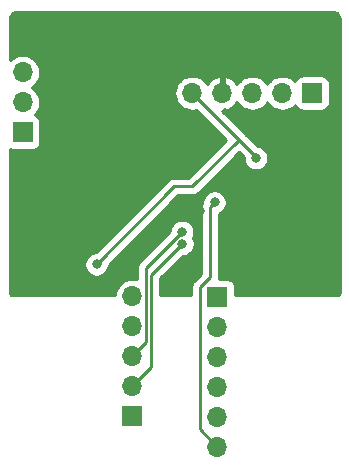
<source format=gbr>
G04 #@! TF.GenerationSoftware,KiCad,Pcbnew,5.1.2*
G04 #@! TF.CreationDate,2019-05-06T18:14:36-05:00*
G04 #@! TF.ProjectId,STM32F030Minimal,53544d33-3246-4303-9330-4d696e696d61,rev?*
G04 #@! TF.SameCoordinates,Original*
G04 #@! TF.FileFunction,Copper,L2,Bot*
G04 #@! TF.FilePolarity,Positive*
%FSLAX46Y46*%
G04 Gerber Fmt 4.6, Leading zero omitted, Abs format (unit mm)*
G04 Created by KiCad (PCBNEW 5.1.2) date 2019-05-06 18:14:36*
%MOMM*%
%LPD*%
G04 APERTURE LIST*
%ADD10R,1.700000X1.700000*%
%ADD11O,1.700000X1.700000*%
%ADD12C,0.800000*%
%ADD13C,0.250000*%
%ADD14C,0.254000*%
G04 APERTURE END LIST*
D10*
X146750000Y-63830000D03*
D11*
X146750000Y-61290000D03*
X146750000Y-58750000D03*
D10*
X156020000Y-87870000D03*
D11*
X156020000Y-85330000D03*
X156020000Y-82790000D03*
X156020000Y-80250000D03*
X156020000Y-77710000D03*
D10*
X163230000Y-77750000D03*
D11*
X163230000Y-80290000D03*
X163230000Y-82830000D03*
X163230000Y-85370000D03*
X163230000Y-87910000D03*
X163230000Y-90450000D03*
X161090000Y-60500000D03*
X163630000Y-60500000D03*
X166170000Y-60500000D03*
X168710000Y-60500000D03*
D10*
X171250000Y-60500000D03*
D12*
X149250000Y-61000000D03*
X161750000Y-64500000D03*
X161750000Y-70500000D03*
X147000000Y-68000000D03*
X147000000Y-76000000D03*
X168000000Y-76500000D03*
X172500000Y-71750000D03*
X166500000Y-66000000D03*
X153000000Y-75000000D03*
X160262653Y-73262653D03*
X160250000Y-72250000D03*
X163000000Y-69750000D03*
D13*
X166500000Y-65910000D02*
X166500000Y-66000000D01*
X161090000Y-60500000D02*
X165045000Y-64455000D01*
X161090000Y-68410000D02*
X165045000Y-64455000D01*
X165045000Y-64455000D02*
X166500000Y-65910000D01*
X161090000Y-68410000D02*
X159590000Y-68410000D01*
X159590000Y-68410000D02*
X153000000Y-75000000D01*
X160262653Y-73262653D02*
X157645011Y-75880295D01*
X157645011Y-83704989D02*
X156020000Y-85330000D01*
X157645011Y-75880295D02*
X157645011Y-83704989D01*
X156869999Y-81940001D02*
X156020000Y-82790000D01*
X157195001Y-81614999D02*
X156869999Y-81940001D01*
X157195001Y-75304999D02*
X157195001Y-81614999D01*
X160250000Y-72250000D02*
X157195001Y-75304999D01*
X162600001Y-76094997D02*
X161750000Y-76944998D01*
X163000000Y-69750000D02*
X162600001Y-70149999D01*
X162600001Y-70149999D02*
X162600001Y-76094997D01*
X161750000Y-88970000D02*
X161750000Y-87000000D01*
X163230000Y-90450000D02*
X161750000Y-88970000D01*
X161750000Y-76944998D02*
X161750000Y-87000000D01*
D14*
G36*
X173113985Y-53674341D02*
G01*
X173223625Y-53707443D01*
X173324748Y-53761212D01*
X173413503Y-53833599D01*
X173486509Y-53921848D01*
X173540981Y-54022591D01*
X173574850Y-54132004D01*
X173590000Y-54276145D01*
X173590001Y-77217712D01*
X173575659Y-77363985D01*
X173542557Y-77473625D01*
X173488788Y-77574748D01*
X173449435Y-77623000D01*
X164718072Y-77623000D01*
X164718072Y-76900000D01*
X164705812Y-76775518D01*
X164669502Y-76655820D01*
X164610537Y-76545506D01*
X164531185Y-76448815D01*
X164434494Y-76369463D01*
X164324180Y-76310498D01*
X164204482Y-76274188D01*
X164080000Y-76261928D01*
X163343561Y-76261928D01*
X163349004Y-76243983D01*
X163360001Y-76132330D01*
X163360001Y-76132320D01*
X163363677Y-76094997D01*
X163360001Y-76057674D01*
X163360001Y-70721159D01*
X163490256Y-70667205D01*
X163659774Y-70553937D01*
X163803937Y-70409774D01*
X163917205Y-70240256D01*
X163995226Y-70051898D01*
X164035000Y-69851939D01*
X164035000Y-69648061D01*
X163995226Y-69448102D01*
X163917205Y-69259744D01*
X163803937Y-69090226D01*
X163659774Y-68946063D01*
X163490256Y-68832795D01*
X163301898Y-68754774D01*
X163101939Y-68715000D01*
X162898061Y-68715000D01*
X162698102Y-68754774D01*
X162509744Y-68832795D01*
X162340226Y-68946063D01*
X162196063Y-69090226D01*
X162082795Y-69259744D01*
X162004774Y-69448102D01*
X161965000Y-69648061D01*
X161965000Y-69725774D01*
X161952050Y-69750001D01*
X161894455Y-69857753D01*
X161850998Y-70001014D01*
X161840001Y-70112667D01*
X161840001Y-70112677D01*
X161836325Y-70149999D01*
X161840001Y-70187322D01*
X161840002Y-75780194D01*
X161239002Y-76381195D01*
X161209999Y-76404997D01*
X161174039Y-76448815D01*
X161115026Y-76520722D01*
X161056991Y-76629297D01*
X161044454Y-76652752D01*
X161000997Y-76796013D01*
X160990000Y-76907666D01*
X160990000Y-76907676D01*
X160986324Y-76944998D01*
X160990000Y-76982320D01*
X160990000Y-77623000D01*
X158405011Y-77623000D01*
X158405011Y-76195096D01*
X160302455Y-74297653D01*
X160364592Y-74297653D01*
X160564551Y-74257879D01*
X160752909Y-74179858D01*
X160922427Y-74066590D01*
X161066590Y-73922427D01*
X161179858Y-73752909D01*
X161257879Y-73564551D01*
X161297653Y-73364592D01*
X161297653Y-73160714D01*
X161257879Y-72960755D01*
X161179858Y-72772397D01*
X161162794Y-72746858D01*
X161167205Y-72740256D01*
X161245226Y-72551898D01*
X161285000Y-72351939D01*
X161285000Y-72148061D01*
X161245226Y-71948102D01*
X161167205Y-71759744D01*
X161053937Y-71590226D01*
X160909774Y-71446063D01*
X160740256Y-71332795D01*
X160551898Y-71254774D01*
X160351939Y-71215000D01*
X160148061Y-71215000D01*
X159948102Y-71254774D01*
X159759744Y-71332795D01*
X159590226Y-71446063D01*
X159446063Y-71590226D01*
X159332795Y-71759744D01*
X159254774Y-71948102D01*
X159215000Y-72148061D01*
X159215000Y-72210198D01*
X156684004Y-74741195D01*
X156655000Y-74764998D01*
X156599872Y-74832173D01*
X156560027Y-74880723D01*
X156550760Y-74898061D01*
X156489455Y-75012753D01*
X156445998Y-75156014D01*
X156435001Y-75267667D01*
X156435001Y-75267677D01*
X156431325Y-75304999D01*
X156435001Y-75342322D01*
X156435001Y-76284069D01*
X156311111Y-76246487D01*
X156092950Y-76225000D01*
X155947050Y-76225000D01*
X155728889Y-76246487D01*
X155448966Y-76331401D01*
X155190986Y-76469294D01*
X154964866Y-76654866D01*
X154779294Y-76880986D01*
X154641401Y-77138966D01*
X154556487Y-77418889D01*
X154536384Y-77623000D01*
X145800592Y-77623000D01*
X145763490Y-77578151D01*
X145709019Y-77477409D01*
X145675150Y-77367996D01*
X145660000Y-77223855D01*
X145660000Y-74898061D01*
X151965000Y-74898061D01*
X151965000Y-75101939D01*
X152004774Y-75301898D01*
X152082795Y-75490256D01*
X152196063Y-75659774D01*
X152340226Y-75803937D01*
X152509744Y-75917205D01*
X152698102Y-75995226D01*
X152898061Y-76035000D01*
X153101939Y-76035000D01*
X153301898Y-75995226D01*
X153490256Y-75917205D01*
X153659774Y-75803937D01*
X153803937Y-75659774D01*
X153917205Y-75490256D01*
X153995226Y-75301898D01*
X154035000Y-75101939D01*
X154035000Y-75039801D01*
X159904803Y-69170000D01*
X161052678Y-69170000D01*
X161090000Y-69173676D01*
X161127322Y-69170000D01*
X161127333Y-69170000D01*
X161238986Y-69159003D01*
X161382247Y-69115546D01*
X161514276Y-69044974D01*
X161630001Y-68950001D01*
X161653804Y-68920997D01*
X165045000Y-65529802D01*
X165465000Y-65949802D01*
X165465000Y-66101939D01*
X165504774Y-66301898D01*
X165582795Y-66490256D01*
X165696063Y-66659774D01*
X165840226Y-66803937D01*
X166009744Y-66917205D01*
X166198102Y-66995226D01*
X166398061Y-67035000D01*
X166601939Y-67035000D01*
X166801898Y-66995226D01*
X166990256Y-66917205D01*
X167159774Y-66803937D01*
X167303937Y-66659774D01*
X167417205Y-66490256D01*
X167495226Y-66301898D01*
X167535000Y-66101939D01*
X167535000Y-65898061D01*
X167495226Y-65698102D01*
X167417205Y-65509744D01*
X167303937Y-65340226D01*
X167159774Y-65196063D01*
X166990256Y-65082795D01*
X166801898Y-65004774D01*
X166636720Y-64971918D01*
X165608803Y-63944002D01*
X165608799Y-63943997D01*
X165585001Y-63914999D01*
X165556003Y-63891201D01*
X163649801Y-61985000D01*
X163757002Y-61985000D01*
X163757002Y-61820156D01*
X163986890Y-61941476D01*
X164134099Y-61896825D01*
X164396920Y-61771641D01*
X164630269Y-61597588D01*
X164825178Y-61381355D01*
X164894799Y-61264477D01*
X164929294Y-61329014D01*
X165114866Y-61555134D01*
X165340986Y-61740706D01*
X165598966Y-61878599D01*
X165878889Y-61963513D01*
X166097050Y-61985000D01*
X166242950Y-61985000D01*
X166461111Y-61963513D01*
X166741034Y-61878599D01*
X166999014Y-61740706D01*
X167225134Y-61555134D01*
X167410706Y-61329014D01*
X167440000Y-61274209D01*
X167469294Y-61329014D01*
X167654866Y-61555134D01*
X167880986Y-61740706D01*
X168138966Y-61878599D01*
X168418889Y-61963513D01*
X168637050Y-61985000D01*
X168782950Y-61985000D01*
X169001111Y-61963513D01*
X169281034Y-61878599D01*
X169539014Y-61740706D01*
X169765134Y-61555134D01*
X169789607Y-61525313D01*
X169810498Y-61594180D01*
X169869463Y-61704494D01*
X169948815Y-61801185D01*
X170045506Y-61880537D01*
X170155820Y-61939502D01*
X170275518Y-61975812D01*
X170400000Y-61988072D01*
X172100000Y-61988072D01*
X172224482Y-61975812D01*
X172344180Y-61939502D01*
X172454494Y-61880537D01*
X172551185Y-61801185D01*
X172630537Y-61704494D01*
X172689502Y-61594180D01*
X172725812Y-61474482D01*
X172738072Y-61350000D01*
X172738072Y-59650000D01*
X172725812Y-59525518D01*
X172689502Y-59405820D01*
X172630537Y-59295506D01*
X172551185Y-59198815D01*
X172454494Y-59119463D01*
X172344180Y-59060498D01*
X172224482Y-59024188D01*
X172100000Y-59011928D01*
X170400000Y-59011928D01*
X170275518Y-59024188D01*
X170155820Y-59060498D01*
X170045506Y-59119463D01*
X169948815Y-59198815D01*
X169869463Y-59295506D01*
X169810498Y-59405820D01*
X169789607Y-59474687D01*
X169765134Y-59444866D01*
X169539014Y-59259294D01*
X169281034Y-59121401D01*
X169001111Y-59036487D01*
X168782950Y-59015000D01*
X168637050Y-59015000D01*
X168418889Y-59036487D01*
X168138966Y-59121401D01*
X167880986Y-59259294D01*
X167654866Y-59444866D01*
X167469294Y-59670986D01*
X167440000Y-59725791D01*
X167410706Y-59670986D01*
X167225134Y-59444866D01*
X166999014Y-59259294D01*
X166741034Y-59121401D01*
X166461111Y-59036487D01*
X166242950Y-59015000D01*
X166097050Y-59015000D01*
X165878889Y-59036487D01*
X165598966Y-59121401D01*
X165340986Y-59259294D01*
X165114866Y-59444866D01*
X164929294Y-59670986D01*
X164894799Y-59735523D01*
X164825178Y-59618645D01*
X164630269Y-59402412D01*
X164396920Y-59228359D01*
X164134099Y-59103175D01*
X163986890Y-59058524D01*
X163757000Y-59179845D01*
X163757000Y-60373000D01*
X163777000Y-60373000D01*
X163777000Y-60627000D01*
X163757000Y-60627000D01*
X163757000Y-60647000D01*
X163503000Y-60647000D01*
X163503000Y-60627000D01*
X163483000Y-60627000D01*
X163483000Y-60373000D01*
X163503000Y-60373000D01*
X163503000Y-59179845D01*
X163273110Y-59058524D01*
X163125901Y-59103175D01*
X162863080Y-59228359D01*
X162629731Y-59402412D01*
X162434822Y-59618645D01*
X162365201Y-59735523D01*
X162330706Y-59670986D01*
X162145134Y-59444866D01*
X161919014Y-59259294D01*
X161661034Y-59121401D01*
X161381111Y-59036487D01*
X161162950Y-59015000D01*
X161017050Y-59015000D01*
X160798889Y-59036487D01*
X160518966Y-59121401D01*
X160260986Y-59259294D01*
X160034866Y-59444866D01*
X159849294Y-59670986D01*
X159711401Y-59928966D01*
X159626487Y-60208889D01*
X159597815Y-60500000D01*
X159626487Y-60791111D01*
X159711401Y-61071034D01*
X159849294Y-61329014D01*
X160034866Y-61555134D01*
X160260986Y-61740706D01*
X160518966Y-61878599D01*
X160798889Y-61963513D01*
X161017050Y-61985000D01*
X161162950Y-61985000D01*
X161381111Y-61963513D01*
X161455996Y-61940797D01*
X163970198Y-64455000D01*
X160775199Y-67650000D01*
X159627322Y-67650000D01*
X159589999Y-67646324D01*
X159552676Y-67650000D01*
X159552667Y-67650000D01*
X159441014Y-67660997D01*
X159297753Y-67704454D01*
X159165724Y-67775026D01*
X159165722Y-67775027D01*
X159165723Y-67775027D01*
X159078996Y-67846201D01*
X159078992Y-67846205D01*
X159049999Y-67869999D01*
X159026205Y-67898992D01*
X152960199Y-73965000D01*
X152898061Y-73965000D01*
X152698102Y-74004774D01*
X152509744Y-74082795D01*
X152340226Y-74196063D01*
X152196063Y-74340226D01*
X152082795Y-74509744D01*
X152004774Y-74698102D01*
X151965000Y-74898061D01*
X145660000Y-74898061D01*
X145660000Y-65270770D01*
X145775518Y-65305812D01*
X145900000Y-65318072D01*
X147600000Y-65318072D01*
X147724482Y-65305812D01*
X147844180Y-65269502D01*
X147954494Y-65210537D01*
X148051185Y-65131185D01*
X148130537Y-65034494D01*
X148189502Y-64924180D01*
X148225812Y-64804482D01*
X148238072Y-64680000D01*
X148238072Y-62980000D01*
X148225812Y-62855518D01*
X148189502Y-62735820D01*
X148130537Y-62625506D01*
X148051185Y-62528815D01*
X147954494Y-62449463D01*
X147844180Y-62390498D01*
X147775313Y-62369607D01*
X147805134Y-62345134D01*
X147990706Y-62119014D01*
X148128599Y-61861034D01*
X148213513Y-61581111D01*
X148242185Y-61290000D01*
X148213513Y-60998889D01*
X148128599Y-60718966D01*
X147990706Y-60460986D01*
X147805134Y-60234866D01*
X147579014Y-60049294D01*
X147524209Y-60020000D01*
X147579014Y-59990706D01*
X147805134Y-59805134D01*
X147990706Y-59579014D01*
X148128599Y-59321034D01*
X148213513Y-59041111D01*
X148242185Y-58750000D01*
X148213513Y-58458889D01*
X148128599Y-58178966D01*
X147990706Y-57920986D01*
X147805134Y-57694866D01*
X147579014Y-57509294D01*
X147321034Y-57371401D01*
X147041111Y-57286487D01*
X146822950Y-57265000D01*
X146677050Y-57265000D01*
X146458889Y-57286487D01*
X146178966Y-57371401D01*
X145920986Y-57509294D01*
X145694866Y-57694866D01*
X145660000Y-57737350D01*
X145660000Y-54282279D01*
X145674341Y-54136015D01*
X145707443Y-54026375D01*
X145761212Y-53925252D01*
X145833599Y-53836497D01*
X145921848Y-53763491D01*
X146022591Y-53709019D01*
X146132004Y-53675150D01*
X146276145Y-53660000D01*
X172967721Y-53660000D01*
X173113985Y-53674341D01*
X173113985Y-53674341D01*
G37*
X173113985Y-53674341D02*
X173223625Y-53707443D01*
X173324748Y-53761212D01*
X173413503Y-53833599D01*
X173486509Y-53921848D01*
X173540981Y-54022591D01*
X173574850Y-54132004D01*
X173590000Y-54276145D01*
X173590001Y-77217712D01*
X173575659Y-77363985D01*
X173542557Y-77473625D01*
X173488788Y-77574748D01*
X173449435Y-77623000D01*
X164718072Y-77623000D01*
X164718072Y-76900000D01*
X164705812Y-76775518D01*
X164669502Y-76655820D01*
X164610537Y-76545506D01*
X164531185Y-76448815D01*
X164434494Y-76369463D01*
X164324180Y-76310498D01*
X164204482Y-76274188D01*
X164080000Y-76261928D01*
X163343561Y-76261928D01*
X163349004Y-76243983D01*
X163360001Y-76132330D01*
X163360001Y-76132320D01*
X163363677Y-76094997D01*
X163360001Y-76057674D01*
X163360001Y-70721159D01*
X163490256Y-70667205D01*
X163659774Y-70553937D01*
X163803937Y-70409774D01*
X163917205Y-70240256D01*
X163995226Y-70051898D01*
X164035000Y-69851939D01*
X164035000Y-69648061D01*
X163995226Y-69448102D01*
X163917205Y-69259744D01*
X163803937Y-69090226D01*
X163659774Y-68946063D01*
X163490256Y-68832795D01*
X163301898Y-68754774D01*
X163101939Y-68715000D01*
X162898061Y-68715000D01*
X162698102Y-68754774D01*
X162509744Y-68832795D01*
X162340226Y-68946063D01*
X162196063Y-69090226D01*
X162082795Y-69259744D01*
X162004774Y-69448102D01*
X161965000Y-69648061D01*
X161965000Y-69725774D01*
X161952050Y-69750001D01*
X161894455Y-69857753D01*
X161850998Y-70001014D01*
X161840001Y-70112667D01*
X161840001Y-70112677D01*
X161836325Y-70149999D01*
X161840001Y-70187322D01*
X161840002Y-75780194D01*
X161239002Y-76381195D01*
X161209999Y-76404997D01*
X161174039Y-76448815D01*
X161115026Y-76520722D01*
X161056991Y-76629297D01*
X161044454Y-76652752D01*
X161000997Y-76796013D01*
X160990000Y-76907666D01*
X160990000Y-76907676D01*
X160986324Y-76944998D01*
X160990000Y-76982320D01*
X160990000Y-77623000D01*
X158405011Y-77623000D01*
X158405011Y-76195096D01*
X160302455Y-74297653D01*
X160364592Y-74297653D01*
X160564551Y-74257879D01*
X160752909Y-74179858D01*
X160922427Y-74066590D01*
X161066590Y-73922427D01*
X161179858Y-73752909D01*
X161257879Y-73564551D01*
X161297653Y-73364592D01*
X161297653Y-73160714D01*
X161257879Y-72960755D01*
X161179858Y-72772397D01*
X161162794Y-72746858D01*
X161167205Y-72740256D01*
X161245226Y-72551898D01*
X161285000Y-72351939D01*
X161285000Y-72148061D01*
X161245226Y-71948102D01*
X161167205Y-71759744D01*
X161053937Y-71590226D01*
X160909774Y-71446063D01*
X160740256Y-71332795D01*
X160551898Y-71254774D01*
X160351939Y-71215000D01*
X160148061Y-71215000D01*
X159948102Y-71254774D01*
X159759744Y-71332795D01*
X159590226Y-71446063D01*
X159446063Y-71590226D01*
X159332795Y-71759744D01*
X159254774Y-71948102D01*
X159215000Y-72148061D01*
X159215000Y-72210198D01*
X156684004Y-74741195D01*
X156655000Y-74764998D01*
X156599872Y-74832173D01*
X156560027Y-74880723D01*
X156550760Y-74898061D01*
X156489455Y-75012753D01*
X156445998Y-75156014D01*
X156435001Y-75267667D01*
X156435001Y-75267677D01*
X156431325Y-75304999D01*
X156435001Y-75342322D01*
X156435001Y-76284069D01*
X156311111Y-76246487D01*
X156092950Y-76225000D01*
X155947050Y-76225000D01*
X155728889Y-76246487D01*
X155448966Y-76331401D01*
X155190986Y-76469294D01*
X154964866Y-76654866D01*
X154779294Y-76880986D01*
X154641401Y-77138966D01*
X154556487Y-77418889D01*
X154536384Y-77623000D01*
X145800592Y-77623000D01*
X145763490Y-77578151D01*
X145709019Y-77477409D01*
X145675150Y-77367996D01*
X145660000Y-77223855D01*
X145660000Y-74898061D01*
X151965000Y-74898061D01*
X151965000Y-75101939D01*
X152004774Y-75301898D01*
X152082795Y-75490256D01*
X152196063Y-75659774D01*
X152340226Y-75803937D01*
X152509744Y-75917205D01*
X152698102Y-75995226D01*
X152898061Y-76035000D01*
X153101939Y-76035000D01*
X153301898Y-75995226D01*
X153490256Y-75917205D01*
X153659774Y-75803937D01*
X153803937Y-75659774D01*
X153917205Y-75490256D01*
X153995226Y-75301898D01*
X154035000Y-75101939D01*
X154035000Y-75039801D01*
X159904803Y-69170000D01*
X161052678Y-69170000D01*
X161090000Y-69173676D01*
X161127322Y-69170000D01*
X161127333Y-69170000D01*
X161238986Y-69159003D01*
X161382247Y-69115546D01*
X161514276Y-69044974D01*
X161630001Y-68950001D01*
X161653804Y-68920997D01*
X165045000Y-65529802D01*
X165465000Y-65949802D01*
X165465000Y-66101939D01*
X165504774Y-66301898D01*
X165582795Y-66490256D01*
X165696063Y-66659774D01*
X165840226Y-66803937D01*
X166009744Y-66917205D01*
X166198102Y-66995226D01*
X166398061Y-67035000D01*
X166601939Y-67035000D01*
X166801898Y-66995226D01*
X166990256Y-66917205D01*
X167159774Y-66803937D01*
X167303937Y-66659774D01*
X167417205Y-66490256D01*
X167495226Y-66301898D01*
X167535000Y-66101939D01*
X167535000Y-65898061D01*
X167495226Y-65698102D01*
X167417205Y-65509744D01*
X167303937Y-65340226D01*
X167159774Y-65196063D01*
X166990256Y-65082795D01*
X166801898Y-65004774D01*
X166636720Y-64971918D01*
X165608803Y-63944002D01*
X165608799Y-63943997D01*
X165585001Y-63914999D01*
X165556003Y-63891201D01*
X163649801Y-61985000D01*
X163757002Y-61985000D01*
X163757002Y-61820156D01*
X163986890Y-61941476D01*
X164134099Y-61896825D01*
X164396920Y-61771641D01*
X164630269Y-61597588D01*
X164825178Y-61381355D01*
X164894799Y-61264477D01*
X164929294Y-61329014D01*
X165114866Y-61555134D01*
X165340986Y-61740706D01*
X165598966Y-61878599D01*
X165878889Y-61963513D01*
X166097050Y-61985000D01*
X166242950Y-61985000D01*
X166461111Y-61963513D01*
X166741034Y-61878599D01*
X166999014Y-61740706D01*
X167225134Y-61555134D01*
X167410706Y-61329014D01*
X167440000Y-61274209D01*
X167469294Y-61329014D01*
X167654866Y-61555134D01*
X167880986Y-61740706D01*
X168138966Y-61878599D01*
X168418889Y-61963513D01*
X168637050Y-61985000D01*
X168782950Y-61985000D01*
X169001111Y-61963513D01*
X169281034Y-61878599D01*
X169539014Y-61740706D01*
X169765134Y-61555134D01*
X169789607Y-61525313D01*
X169810498Y-61594180D01*
X169869463Y-61704494D01*
X169948815Y-61801185D01*
X170045506Y-61880537D01*
X170155820Y-61939502D01*
X170275518Y-61975812D01*
X170400000Y-61988072D01*
X172100000Y-61988072D01*
X172224482Y-61975812D01*
X172344180Y-61939502D01*
X172454494Y-61880537D01*
X172551185Y-61801185D01*
X172630537Y-61704494D01*
X172689502Y-61594180D01*
X172725812Y-61474482D01*
X172738072Y-61350000D01*
X172738072Y-59650000D01*
X172725812Y-59525518D01*
X172689502Y-59405820D01*
X172630537Y-59295506D01*
X172551185Y-59198815D01*
X172454494Y-59119463D01*
X172344180Y-59060498D01*
X172224482Y-59024188D01*
X172100000Y-59011928D01*
X170400000Y-59011928D01*
X170275518Y-59024188D01*
X170155820Y-59060498D01*
X170045506Y-59119463D01*
X169948815Y-59198815D01*
X169869463Y-59295506D01*
X169810498Y-59405820D01*
X169789607Y-59474687D01*
X169765134Y-59444866D01*
X169539014Y-59259294D01*
X169281034Y-59121401D01*
X169001111Y-59036487D01*
X168782950Y-59015000D01*
X168637050Y-59015000D01*
X168418889Y-59036487D01*
X168138966Y-59121401D01*
X167880986Y-59259294D01*
X167654866Y-59444866D01*
X167469294Y-59670986D01*
X167440000Y-59725791D01*
X167410706Y-59670986D01*
X167225134Y-59444866D01*
X166999014Y-59259294D01*
X166741034Y-59121401D01*
X166461111Y-59036487D01*
X166242950Y-59015000D01*
X166097050Y-59015000D01*
X165878889Y-59036487D01*
X165598966Y-59121401D01*
X165340986Y-59259294D01*
X165114866Y-59444866D01*
X164929294Y-59670986D01*
X164894799Y-59735523D01*
X164825178Y-59618645D01*
X164630269Y-59402412D01*
X164396920Y-59228359D01*
X164134099Y-59103175D01*
X163986890Y-59058524D01*
X163757000Y-59179845D01*
X163757000Y-60373000D01*
X163777000Y-60373000D01*
X163777000Y-60627000D01*
X163757000Y-60627000D01*
X163757000Y-60647000D01*
X163503000Y-60647000D01*
X163503000Y-60627000D01*
X163483000Y-60627000D01*
X163483000Y-60373000D01*
X163503000Y-60373000D01*
X163503000Y-59179845D01*
X163273110Y-59058524D01*
X163125901Y-59103175D01*
X162863080Y-59228359D01*
X162629731Y-59402412D01*
X162434822Y-59618645D01*
X162365201Y-59735523D01*
X162330706Y-59670986D01*
X162145134Y-59444866D01*
X161919014Y-59259294D01*
X161661034Y-59121401D01*
X161381111Y-59036487D01*
X161162950Y-59015000D01*
X161017050Y-59015000D01*
X160798889Y-59036487D01*
X160518966Y-59121401D01*
X160260986Y-59259294D01*
X160034866Y-59444866D01*
X159849294Y-59670986D01*
X159711401Y-59928966D01*
X159626487Y-60208889D01*
X159597815Y-60500000D01*
X159626487Y-60791111D01*
X159711401Y-61071034D01*
X159849294Y-61329014D01*
X160034866Y-61555134D01*
X160260986Y-61740706D01*
X160518966Y-61878599D01*
X160798889Y-61963513D01*
X161017050Y-61985000D01*
X161162950Y-61985000D01*
X161381111Y-61963513D01*
X161455996Y-61940797D01*
X163970198Y-64455000D01*
X160775199Y-67650000D01*
X159627322Y-67650000D01*
X159589999Y-67646324D01*
X159552676Y-67650000D01*
X159552667Y-67650000D01*
X159441014Y-67660997D01*
X159297753Y-67704454D01*
X159165724Y-67775026D01*
X159165722Y-67775027D01*
X159165723Y-67775027D01*
X159078996Y-67846201D01*
X159078992Y-67846205D01*
X159049999Y-67869999D01*
X159026205Y-67898992D01*
X152960199Y-73965000D01*
X152898061Y-73965000D01*
X152698102Y-74004774D01*
X152509744Y-74082795D01*
X152340226Y-74196063D01*
X152196063Y-74340226D01*
X152082795Y-74509744D01*
X152004774Y-74698102D01*
X151965000Y-74898061D01*
X145660000Y-74898061D01*
X145660000Y-65270770D01*
X145775518Y-65305812D01*
X145900000Y-65318072D01*
X147600000Y-65318072D01*
X147724482Y-65305812D01*
X147844180Y-65269502D01*
X147954494Y-65210537D01*
X148051185Y-65131185D01*
X148130537Y-65034494D01*
X148189502Y-64924180D01*
X148225812Y-64804482D01*
X148238072Y-64680000D01*
X148238072Y-62980000D01*
X148225812Y-62855518D01*
X148189502Y-62735820D01*
X148130537Y-62625506D01*
X148051185Y-62528815D01*
X147954494Y-62449463D01*
X147844180Y-62390498D01*
X147775313Y-62369607D01*
X147805134Y-62345134D01*
X147990706Y-62119014D01*
X148128599Y-61861034D01*
X148213513Y-61581111D01*
X148242185Y-61290000D01*
X148213513Y-60998889D01*
X148128599Y-60718966D01*
X147990706Y-60460986D01*
X147805134Y-60234866D01*
X147579014Y-60049294D01*
X147524209Y-60020000D01*
X147579014Y-59990706D01*
X147805134Y-59805134D01*
X147990706Y-59579014D01*
X148128599Y-59321034D01*
X148213513Y-59041111D01*
X148242185Y-58750000D01*
X148213513Y-58458889D01*
X148128599Y-58178966D01*
X147990706Y-57920986D01*
X147805134Y-57694866D01*
X147579014Y-57509294D01*
X147321034Y-57371401D01*
X147041111Y-57286487D01*
X146822950Y-57265000D01*
X146677050Y-57265000D01*
X146458889Y-57286487D01*
X146178966Y-57371401D01*
X145920986Y-57509294D01*
X145694866Y-57694866D01*
X145660000Y-57737350D01*
X145660000Y-54282279D01*
X145674341Y-54136015D01*
X145707443Y-54026375D01*
X145761212Y-53925252D01*
X145833599Y-53836497D01*
X145921848Y-53763491D01*
X146022591Y-53709019D01*
X146132004Y-53675150D01*
X146276145Y-53660000D01*
X172967721Y-53660000D01*
X173113985Y-53674341D01*
M02*

</source>
